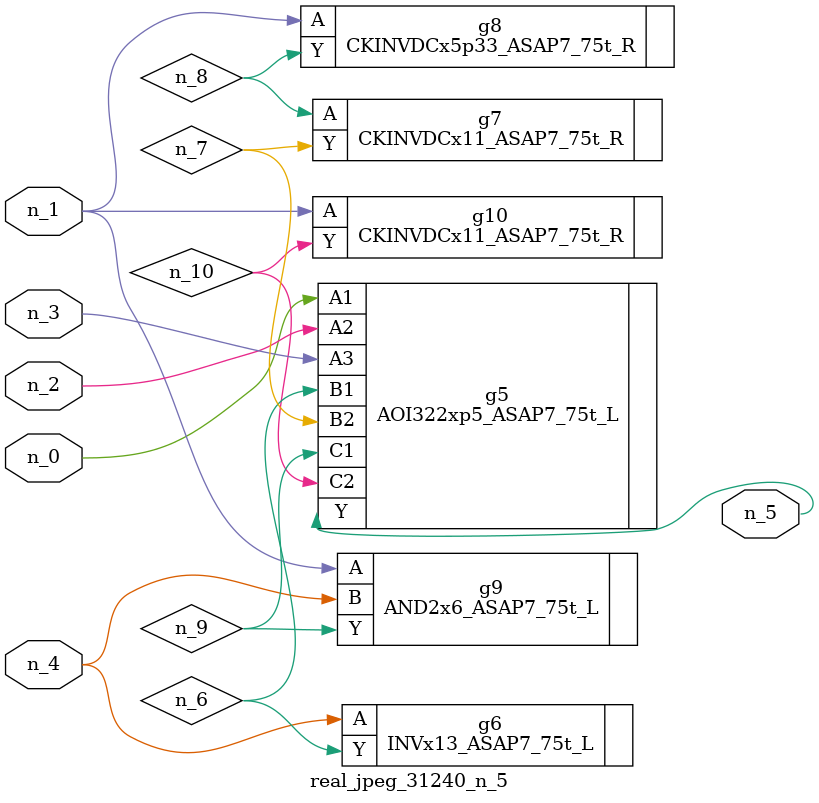
<source format=v>
module real_jpeg_31240_n_5 (n_4, n_0, n_1, n_2, n_3, n_5);

input n_4;
input n_0;
input n_1;
input n_2;
input n_3;

output n_5;

wire n_8;
wire n_6;
wire n_7;
wire n_10;
wire n_9;

AOI322xp5_ASAP7_75t_L g5 ( 
.A1(n_0),
.A2(n_2),
.A3(n_3),
.B1(n_6),
.B2(n_7),
.C1(n_9),
.C2(n_10),
.Y(n_5)
);

CKINVDCx5p33_ASAP7_75t_R g8 ( 
.A(n_1),
.Y(n_8)
);

AND2x6_ASAP7_75t_L g9 ( 
.A(n_1),
.B(n_4),
.Y(n_9)
);

CKINVDCx11_ASAP7_75t_R g10 ( 
.A(n_1),
.Y(n_10)
);

INVx13_ASAP7_75t_L g6 ( 
.A(n_4),
.Y(n_6)
);

CKINVDCx11_ASAP7_75t_R g7 ( 
.A(n_8),
.Y(n_7)
);


endmodule
</source>
